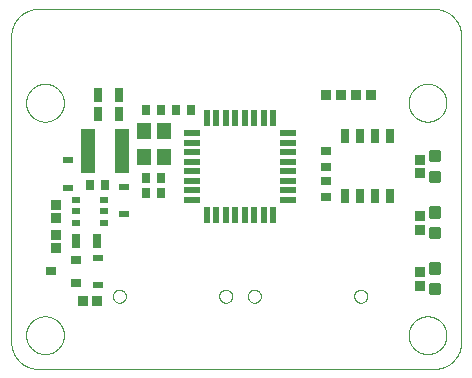
<source format=gtp>
G75*
%MOIN*%
%OFA0B0*%
%FSLAX25Y25*%
%IPPOS*%
%LPD*%
%AMOC8*
5,1,8,0,0,1.08239X$1,22.5*
%
%ADD10C,0.00000*%
%ADD11R,0.02756X0.03543*%
%ADD12R,0.03150X0.04724*%
%ADD13R,0.03268X0.02480*%
%ADD14R,0.04724X0.14567*%
%ADD15R,0.03543X0.03346*%
%ADD16R,0.05709X0.01969*%
%ADD17R,0.01969X0.05709*%
%ADD18R,0.03543X0.02756*%
%ADD19C,0.01181*%
%ADD20R,0.02500X0.05000*%
%ADD21R,0.03150X0.02480*%
%ADD22R,0.03200X0.03500*%
%ADD23R,0.04724X0.05512*%
%ADD24R,0.03543X0.03150*%
%ADD25R,0.03346X0.03543*%
D10*
X0014550Y0005550D02*
X0146550Y0005550D01*
X0146767Y0005553D01*
X0146985Y0005561D01*
X0147202Y0005574D01*
X0147419Y0005592D01*
X0147635Y0005616D01*
X0147850Y0005644D01*
X0148065Y0005678D01*
X0148279Y0005718D01*
X0148492Y0005762D01*
X0148704Y0005812D01*
X0148914Y0005866D01*
X0149124Y0005926D01*
X0149331Y0005990D01*
X0149537Y0006060D01*
X0149741Y0006135D01*
X0149944Y0006214D01*
X0150144Y0006299D01*
X0150343Y0006388D01*
X0150539Y0006482D01*
X0150733Y0006581D01*
X0150924Y0006684D01*
X0151113Y0006792D01*
X0151299Y0006905D01*
X0151482Y0007022D01*
X0151663Y0007143D01*
X0151840Y0007269D01*
X0152014Y0007399D01*
X0152186Y0007533D01*
X0152354Y0007671D01*
X0152518Y0007813D01*
X0152679Y0007960D01*
X0152837Y0008110D01*
X0152990Y0008263D01*
X0153140Y0008421D01*
X0153287Y0008582D01*
X0153429Y0008746D01*
X0153567Y0008914D01*
X0153701Y0009086D01*
X0153831Y0009260D01*
X0153957Y0009437D01*
X0154078Y0009618D01*
X0154195Y0009801D01*
X0154308Y0009987D01*
X0154416Y0010176D01*
X0154519Y0010367D01*
X0154618Y0010561D01*
X0154712Y0010757D01*
X0154801Y0010956D01*
X0154886Y0011156D01*
X0154965Y0011359D01*
X0155040Y0011563D01*
X0155110Y0011769D01*
X0155174Y0011976D01*
X0155234Y0012186D01*
X0155288Y0012396D01*
X0155338Y0012608D01*
X0155382Y0012821D01*
X0155422Y0013035D01*
X0155456Y0013250D01*
X0155484Y0013465D01*
X0155508Y0013681D01*
X0155526Y0013898D01*
X0155539Y0014115D01*
X0155547Y0014333D01*
X0155550Y0014550D01*
X0155550Y0116550D01*
X0155547Y0116767D01*
X0155539Y0116985D01*
X0155526Y0117202D01*
X0155508Y0117419D01*
X0155484Y0117635D01*
X0155456Y0117850D01*
X0155422Y0118065D01*
X0155382Y0118279D01*
X0155338Y0118492D01*
X0155288Y0118704D01*
X0155234Y0118914D01*
X0155174Y0119124D01*
X0155110Y0119331D01*
X0155040Y0119537D01*
X0154965Y0119741D01*
X0154886Y0119944D01*
X0154801Y0120144D01*
X0154712Y0120343D01*
X0154618Y0120539D01*
X0154519Y0120733D01*
X0154416Y0120924D01*
X0154308Y0121113D01*
X0154195Y0121299D01*
X0154078Y0121482D01*
X0153957Y0121663D01*
X0153831Y0121840D01*
X0153701Y0122014D01*
X0153567Y0122186D01*
X0153429Y0122354D01*
X0153287Y0122518D01*
X0153140Y0122679D01*
X0152990Y0122837D01*
X0152837Y0122990D01*
X0152679Y0123140D01*
X0152518Y0123287D01*
X0152354Y0123429D01*
X0152186Y0123567D01*
X0152014Y0123701D01*
X0151840Y0123831D01*
X0151663Y0123957D01*
X0151482Y0124078D01*
X0151299Y0124195D01*
X0151113Y0124308D01*
X0150924Y0124416D01*
X0150733Y0124519D01*
X0150539Y0124618D01*
X0150343Y0124712D01*
X0150144Y0124801D01*
X0149944Y0124886D01*
X0149741Y0124965D01*
X0149537Y0125040D01*
X0149331Y0125110D01*
X0149124Y0125174D01*
X0148914Y0125234D01*
X0148704Y0125288D01*
X0148492Y0125338D01*
X0148279Y0125382D01*
X0148065Y0125422D01*
X0147850Y0125456D01*
X0147635Y0125484D01*
X0147419Y0125508D01*
X0147202Y0125526D01*
X0146985Y0125539D01*
X0146767Y0125547D01*
X0146550Y0125550D01*
X0014550Y0125550D01*
X0014333Y0125547D01*
X0014115Y0125539D01*
X0013898Y0125526D01*
X0013681Y0125508D01*
X0013465Y0125484D01*
X0013250Y0125456D01*
X0013035Y0125422D01*
X0012821Y0125382D01*
X0012608Y0125338D01*
X0012396Y0125288D01*
X0012186Y0125234D01*
X0011976Y0125174D01*
X0011769Y0125110D01*
X0011563Y0125040D01*
X0011359Y0124965D01*
X0011156Y0124886D01*
X0010956Y0124801D01*
X0010757Y0124712D01*
X0010561Y0124618D01*
X0010367Y0124519D01*
X0010176Y0124416D01*
X0009987Y0124308D01*
X0009801Y0124195D01*
X0009618Y0124078D01*
X0009437Y0123957D01*
X0009260Y0123831D01*
X0009086Y0123701D01*
X0008914Y0123567D01*
X0008746Y0123429D01*
X0008582Y0123287D01*
X0008421Y0123140D01*
X0008263Y0122990D01*
X0008110Y0122837D01*
X0007960Y0122679D01*
X0007813Y0122518D01*
X0007671Y0122354D01*
X0007533Y0122186D01*
X0007399Y0122014D01*
X0007269Y0121840D01*
X0007143Y0121663D01*
X0007022Y0121482D01*
X0006905Y0121299D01*
X0006792Y0121113D01*
X0006684Y0120924D01*
X0006581Y0120733D01*
X0006482Y0120539D01*
X0006388Y0120343D01*
X0006299Y0120144D01*
X0006214Y0119944D01*
X0006135Y0119741D01*
X0006060Y0119537D01*
X0005990Y0119331D01*
X0005926Y0119124D01*
X0005866Y0118914D01*
X0005812Y0118704D01*
X0005762Y0118492D01*
X0005718Y0118279D01*
X0005678Y0118065D01*
X0005644Y0117850D01*
X0005616Y0117635D01*
X0005592Y0117419D01*
X0005574Y0117202D01*
X0005561Y0116985D01*
X0005553Y0116767D01*
X0005550Y0116550D01*
X0005550Y0014550D01*
X0005553Y0014333D01*
X0005561Y0014115D01*
X0005574Y0013898D01*
X0005592Y0013681D01*
X0005616Y0013465D01*
X0005644Y0013250D01*
X0005678Y0013035D01*
X0005718Y0012821D01*
X0005762Y0012608D01*
X0005812Y0012396D01*
X0005866Y0012186D01*
X0005926Y0011976D01*
X0005990Y0011769D01*
X0006060Y0011563D01*
X0006135Y0011359D01*
X0006214Y0011156D01*
X0006299Y0010956D01*
X0006388Y0010757D01*
X0006482Y0010561D01*
X0006581Y0010367D01*
X0006684Y0010176D01*
X0006792Y0009987D01*
X0006905Y0009801D01*
X0007022Y0009618D01*
X0007143Y0009437D01*
X0007269Y0009260D01*
X0007399Y0009086D01*
X0007533Y0008914D01*
X0007671Y0008746D01*
X0007813Y0008582D01*
X0007960Y0008421D01*
X0008110Y0008263D01*
X0008263Y0008110D01*
X0008421Y0007960D01*
X0008582Y0007813D01*
X0008746Y0007671D01*
X0008914Y0007533D01*
X0009086Y0007399D01*
X0009260Y0007269D01*
X0009437Y0007143D01*
X0009618Y0007022D01*
X0009801Y0006905D01*
X0009987Y0006792D01*
X0010176Y0006684D01*
X0010367Y0006581D01*
X0010561Y0006482D01*
X0010757Y0006388D01*
X0010956Y0006299D01*
X0011156Y0006214D01*
X0011359Y0006135D01*
X0011563Y0006060D01*
X0011769Y0005990D01*
X0011976Y0005926D01*
X0012186Y0005866D01*
X0012396Y0005812D01*
X0012608Y0005762D01*
X0012821Y0005718D01*
X0013035Y0005678D01*
X0013250Y0005644D01*
X0013465Y0005616D01*
X0013681Y0005592D01*
X0013898Y0005574D01*
X0014115Y0005561D01*
X0014333Y0005553D01*
X0014550Y0005550D01*
X0010501Y0016800D02*
X0010503Y0016958D01*
X0010509Y0017116D01*
X0010519Y0017274D01*
X0010533Y0017432D01*
X0010551Y0017589D01*
X0010572Y0017746D01*
X0010598Y0017902D01*
X0010628Y0018058D01*
X0010661Y0018213D01*
X0010699Y0018366D01*
X0010740Y0018519D01*
X0010785Y0018671D01*
X0010834Y0018822D01*
X0010887Y0018971D01*
X0010943Y0019119D01*
X0011003Y0019265D01*
X0011067Y0019410D01*
X0011135Y0019553D01*
X0011206Y0019695D01*
X0011280Y0019835D01*
X0011358Y0019972D01*
X0011440Y0020108D01*
X0011524Y0020242D01*
X0011613Y0020373D01*
X0011704Y0020502D01*
X0011799Y0020629D01*
X0011896Y0020754D01*
X0011997Y0020876D01*
X0012101Y0020995D01*
X0012208Y0021112D01*
X0012318Y0021226D01*
X0012431Y0021337D01*
X0012546Y0021446D01*
X0012664Y0021551D01*
X0012785Y0021653D01*
X0012908Y0021753D01*
X0013034Y0021849D01*
X0013162Y0021942D01*
X0013292Y0022032D01*
X0013425Y0022118D01*
X0013560Y0022202D01*
X0013696Y0022281D01*
X0013835Y0022358D01*
X0013976Y0022430D01*
X0014118Y0022500D01*
X0014262Y0022565D01*
X0014408Y0022627D01*
X0014555Y0022685D01*
X0014704Y0022740D01*
X0014854Y0022791D01*
X0015005Y0022838D01*
X0015157Y0022881D01*
X0015310Y0022920D01*
X0015465Y0022956D01*
X0015620Y0022987D01*
X0015776Y0023015D01*
X0015932Y0023039D01*
X0016089Y0023059D01*
X0016247Y0023075D01*
X0016404Y0023087D01*
X0016563Y0023095D01*
X0016721Y0023099D01*
X0016879Y0023099D01*
X0017037Y0023095D01*
X0017196Y0023087D01*
X0017353Y0023075D01*
X0017511Y0023059D01*
X0017668Y0023039D01*
X0017824Y0023015D01*
X0017980Y0022987D01*
X0018135Y0022956D01*
X0018290Y0022920D01*
X0018443Y0022881D01*
X0018595Y0022838D01*
X0018746Y0022791D01*
X0018896Y0022740D01*
X0019045Y0022685D01*
X0019192Y0022627D01*
X0019338Y0022565D01*
X0019482Y0022500D01*
X0019624Y0022430D01*
X0019765Y0022358D01*
X0019904Y0022281D01*
X0020040Y0022202D01*
X0020175Y0022118D01*
X0020308Y0022032D01*
X0020438Y0021942D01*
X0020566Y0021849D01*
X0020692Y0021753D01*
X0020815Y0021653D01*
X0020936Y0021551D01*
X0021054Y0021446D01*
X0021169Y0021337D01*
X0021282Y0021226D01*
X0021392Y0021112D01*
X0021499Y0020995D01*
X0021603Y0020876D01*
X0021704Y0020754D01*
X0021801Y0020629D01*
X0021896Y0020502D01*
X0021987Y0020373D01*
X0022076Y0020242D01*
X0022160Y0020108D01*
X0022242Y0019972D01*
X0022320Y0019835D01*
X0022394Y0019695D01*
X0022465Y0019553D01*
X0022533Y0019410D01*
X0022597Y0019265D01*
X0022657Y0019119D01*
X0022713Y0018971D01*
X0022766Y0018822D01*
X0022815Y0018671D01*
X0022860Y0018519D01*
X0022901Y0018366D01*
X0022939Y0018213D01*
X0022972Y0018058D01*
X0023002Y0017902D01*
X0023028Y0017746D01*
X0023049Y0017589D01*
X0023067Y0017432D01*
X0023081Y0017274D01*
X0023091Y0017116D01*
X0023097Y0016958D01*
X0023099Y0016800D01*
X0023097Y0016642D01*
X0023091Y0016484D01*
X0023081Y0016326D01*
X0023067Y0016168D01*
X0023049Y0016011D01*
X0023028Y0015854D01*
X0023002Y0015698D01*
X0022972Y0015542D01*
X0022939Y0015387D01*
X0022901Y0015234D01*
X0022860Y0015081D01*
X0022815Y0014929D01*
X0022766Y0014778D01*
X0022713Y0014629D01*
X0022657Y0014481D01*
X0022597Y0014335D01*
X0022533Y0014190D01*
X0022465Y0014047D01*
X0022394Y0013905D01*
X0022320Y0013765D01*
X0022242Y0013628D01*
X0022160Y0013492D01*
X0022076Y0013358D01*
X0021987Y0013227D01*
X0021896Y0013098D01*
X0021801Y0012971D01*
X0021704Y0012846D01*
X0021603Y0012724D01*
X0021499Y0012605D01*
X0021392Y0012488D01*
X0021282Y0012374D01*
X0021169Y0012263D01*
X0021054Y0012154D01*
X0020936Y0012049D01*
X0020815Y0011947D01*
X0020692Y0011847D01*
X0020566Y0011751D01*
X0020438Y0011658D01*
X0020308Y0011568D01*
X0020175Y0011482D01*
X0020040Y0011398D01*
X0019904Y0011319D01*
X0019765Y0011242D01*
X0019624Y0011170D01*
X0019482Y0011100D01*
X0019338Y0011035D01*
X0019192Y0010973D01*
X0019045Y0010915D01*
X0018896Y0010860D01*
X0018746Y0010809D01*
X0018595Y0010762D01*
X0018443Y0010719D01*
X0018290Y0010680D01*
X0018135Y0010644D01*
X0017980Y0010613D01*
X0017824Y0010585D01*
X0017668Y0010561D01*
X0017511Y0010541D01*
X0017353Y0010525D01*
X0017196Y0010513D01*
X0017037Y0010505D01*
X0016879Y0010501D01*
X0016721Y0010501D01*
X0016563Y0010505D01*
X0016404Y0010513D01*
X0016247Y0010525D01*
X0016089Y0010541D01*
X0015932Y0010561D01*
X0015776Y0010585D01*
X0015620Y0010613D01*
X0015465Y0010644D01*
X0015310Y0010680D01*
X0015157Y0010719D01*
X0015005Y0010762D01*
X0014854Y0010809D01*
X0014704Y0010860D01*
X0014555Y0010915D01*
X0014408Y0010973D01*
X0014262Y0011035D01*
X0014118Y0011100D01*
X0013976Y0011170D01*
X0013835Y0011242D01*
X0013696Y0011319D01*
X0013560Y0011398D01*
X0013425Y0011482D01*
X0013292Y0011568D01*
X0013162Y0011658D01*
X0013034Y0011751D01*
X0012908Y0011847D01*
X0012785Y0011947D01*
X0012664Y0012049D01*
X0012546Y0012154D01*
X0012431Y0012263D01*
X0012318Y0012374D01*
X0012208Y0012488D01*
X0012101Y0012605D01*
X0011997Y0012724D01*
X0011896Y0012846D01*
X0011799Y0012971D01*
X0011704Y0013098D01*
X0011613Y0013227D01*
X0011524Y0013358D01*
X0011440Y0013492D01*
X0011358Y0013628D01*
X0011280Y0013765D01*
X0011206Y0013905D01*
X0011135Y0014047D01*
X0011067Y0014190D01*
X0011003Y0014335D01*
X0010943Y0014481D01*
X0010887Y0014629D01*
X0010834Y0014778D01*
X0010785Y0014929D01*
X0010740Y0015081D01*
X0010699Y0015234D01*
X0010661Y0015387D01*
X0010628Y0015542D01*
X0010598Y0015698D01*
X0010572Y0015854D01*
X0010551Y0016011D01*
X0010533Y0016168D01*
X0010519Y0016326D01*
X0010509Y0016484D01*
X0010503Y0016642D01*
X0010501Y0016800D01*
X0039418Y0029782D02*
X0039420Y0029875D01*
X0039426Y0029967D01*
X0039436Y0030059D01*
X0039450Y0030150D01*
X0039467Y0030241D01*
X0039489Y0030331D01*
X0039514Y0030420D01*
X0039543Y0030508D01*
X0039576Y0030594D01*
X0039613Y0030679D01*
X0039653Y0030763D01*
X0039697Y0030844D01*
X0039744Y0030924D01*
X0039794Y0031002D01*
X0039848Y0031077D01*
X0039905Y0031150D01*
X0039965Y0031220D01*
X0040028Y0031288D01*
X0040094Y0031353D01*
X0040162Y0031415D01*
X0040233Y0031475D01*
X0040307Y0031531D01*
X0040383Y0031584D01*
X0040461Y0031633D01*
X0040541Y0031680D01*
X0040623Y0031722D01*
X0040707Y0031762D01*
X0040792Y0031797D01*
X0040879Y0031829D01*
X0040967Y0031858D01*
X0041056Y0031882D01*
X0041146Y0031903D01*
X0041237Y0031919D01*
X0041329Y0031932D01*
X0041421Y0031941D01*
X0041514Y0031946D01*
X0041606Y0031947D01*
X0041699Y0031944D01*
X0041791Y0031937D01*
X0041883Y0031926D01*
X0041974Y0031911D01*
X0042065Y0031893D01*
X0042155Y0031870D01*
X0042243Y0031844D01*
X0042331Y0031814D01*
X0042417Y0031780D01*
X0042501Y0031743D01*
X0042584Y0031701D01*
X0042665Y0031657D01*
X0042745Y0031609D01*
X0042822Y0031558D01*
X0042896Y0031503D01*
X0042969Y0031445D01*
X0043039Y0031385D01*
X0043106Y0031321D01*
X0043170Y0031255D01*
X0043232Y0031185D01*
X0043290Y0031114D01*
X0043345Y0031040D01*
X0043397Y0030963D01*
X0043446Y0030884D01*
X0043492Y0030804D01*
X0043534Y0030721D01*
X0043572Y0030637D01*
X0043607Y0030551D01*
X0043638Y0030464D01*
X0043665Y0030376D01*
X0043688Y0030286D01*
X0043708Y0030196D01*
X0043724Y0030105D01*
X0043736Y0030013D01*
X0043744Y0029921D01*
X0043748Y0029828D01*
X0043748Y0029736D01*
X0043744Y0029643D01*
X0043736Y0029551D01*
X0043724Y0029459D01*
X0043708Y0029368D01*
X0043688Y0029278D01*
X0043665Y0029188D01*
X0043638Y0029100D01*
X0043607Y0029013D01*
X0043572Y0028927D01*
X0043534Y0028843D01*
X0043492Y0028760D01*
X0043446Y0028680D01*
X0043397Y0028601D01*
X0043345Y0028524D01*
X0043290Y0028450D01*
X0043232Y0028379D01*
X0043170Y0028309D01*
X0043106Y0028243D01*
X0043039Y0028179D01*
X0042969Y0028119D01*
X0042896Y0028061D01*
X0042822Y0028006D01*
X0042745Y0027955D01*
X0042666Y0027907D01*
X0042584Y0027863D01*
X0042501Y0027821D01*
X0042417Y0027784D01*
X0042331Y0027750D01*
X0042243Y0027720D01*
X0042155Y0027694D01*
X0042065Y0027671D01*
X0041974Y0027653D01*
X0041883Y0027638D01*
X0041791Y0027627D01*
X0041699Y0027620D01*
X0041606Y0027617D01*
X0041514Y0027618D01*
X0041421Y0027623D01*
X0041329Y0027632D01*
X0041237Y0027645D01*
X0041146Y0027661D01*
X0041056Y0027682D01*
X0040967Y0027706D01*
X0040879Y0027735D01*
X0040792Y0027767D01*
X0040707Y0027802D01*
X0040623Y0027842D01*
X0040541Y0027884D01*
X0040461Y0027931D01*
X0040383Y0027980D01*
X0040307Y0028033D01*
X0040233Y0028089D01*
X0040162Y0028149D01*
X0040094Y0028211D01*
X0040028Y0028276D01*
X0039965Y0028344D01*
X0039905Y0028414D01*
X0039848Y0028487D01*
X0039794Y0028562D01*
X0039744Y0028640D01*
X0039697Y0028720D01*
X0039653Y0028801D01*
X0039613Y0028885D01*
X0039576Y0028970D01*
X0039543Y0029056D01*
X0039514Y0029144D01*
X0039489Y0029233D01*
X0039467Y0029323D01*
X0039450Y0029414D01*
X0039436Y0029505D01*
X0039426Y0029597D01*
X0039420Y0029689D01*
X0039418Y0029782D01*
X0074852Y0029782D02*
X0074854Y0029875D01*
X0074860Y0029967D01*
X0074870Y0030059D01*
X0074884Y0030150D01*
X0074901Y0030241D01*
X0074923Y0030331D01*
X0074948Y0030420D01*
X0074977Y0030508D01*
X0075010Y0030594D01*
X0075047Y0030679D01*
X0075087Y0030763D01*
X0075131Y0030844D01*
X0075178Y0030924D01*
X0075228Y0031002D01*
X0075282Y0031077D01*
X0075339Y0031150D01*
X0075399Y0031220D01*
X0075462Y0031288D01*
X0075528Y0031353D01*
X0075596Y0031415D01*
X0075667Y0031475D01*
X0075741Y0031531D01*
X0075817Y0031584D01*
X0075895Y0031633D01*
X0075975Y0031680D01*
X0076057Y0031722D01*
X0076141Y0031762D01*
X0076226Y0031797D01*
X0076313Y0031829D01*
X0076401Y0031858D01*
X0076490Y0031882D01*
X0076580Y0031903D01*
X0076671Y0031919D01*
X0076763Y0031932D01*
X0076855Y0031941D01*
X0076948Y0031946D01*
X0077040Y0031947D01*
X0077133Y0031944D01*
X0077225Y0031937D01*
X0077317Y0031926D01*
X0077408Y0031911D01*
X0077499Y0031893D01*
X0077589Y0031870D01*
X0077677Y0031844D01*
X0077765Y0031814D01*
X0077851Y0031780D01*
X0077935Y0031743D01*
X0078018Y0031701D01*
X0078099Y0031657D01*
X0078179Y0031609D01*
X0078256Y0031558D01*
X0078330Y0031503D01*
X0078403Y0031445D01*
X0078473Y0031385D01*
X0078540Y0031321D01*
X0078604Y0031255D01*
X0078666Y0031185D01*
X0078724Y0031114D01*
X0078779Y0031040D01*
X0078831Y0030963D01*
X0078880Y0030884D01*
X0078926Y0030804D01*
X0078968Y0030721D01*
X0079006Y0030637D01*
X0079041Y0030551D01*
X0079072Y0030464D01*
X0079099Y0030376D01*
X0079122Y0030286D01*
X0079142Y0030196D01*
X0079158Y0030105D01*
X0079170Y0030013D01*
X0079178Y0029921D01*
X0079182Y0029828D01*
X0079182Y0029736D01*
X0079178Y0029643D01*
X0079170Y0029551D01*
X0079158Y0029459D01*
X0079142Y0029368D01*
X0079122Y0029278D01*
X0079099Y0029188D01*
X0079072Y0029100D01*
X0079041Y0029013D01*
X0079006Y0028927D01*
X0078968Y0028843D01*
X0078926Y0028760D01*
X0078880Y0028680D01*
X0078831Y0028601D01*
X0078779Y0028524D01*
X0078724Y0028450D01*
X0078666Y0028379D01*
X0078604Y0028309D01*
X0078540Y0028243D01*
X0078473Y0028179D01*
X0078403Y0028119D01*
X0078330Y0028061D01*
X0078256Y0028006D01*
X0078179Y0027955D01*
X0078100Y0027907D01*
X0078018Y0027863D01*
X0077935Y0027821D01*
X0077851Y0027784D01*
X0077765Y0027750D01*
X0077677Y0027720D01*
X0077589Y0027694D01*
X0077499Y0027671D01*
X0077408Y0027653D01*
X0077317Y0027638D01*
X0077225Y0027627D01*
X0077133Y0027620D01*
X0077040Y0027617D01*
X0076948Y0027618D01*
X0076855Y0027623D01*
X0076763Y0027632D01*
X0076671Y0027645D01*
X0076580Y0027661D01*
X0076490Y0027682D01*
X0076401Y0027706D01*
X0076313Y0027735D01*
X0076226Y0027767D01*
X0076141Y0027802D01*
X0076057Y0027842D01*
X0075975Y0027884D01*
X0075895Y0027931D01*
X0075817Y0027980D01*
X0075741Y0028033D01*
X0075667Y0028089D01*
X0075596Y0028149D01*
X0075528Y0028211D01*
X0075462Y0028276D01*
X0075399Y0028344D01*
X0075339Y0028414D01*
X0075282Y0028487D01*
X0075228Y0028562D01*
X0075178Y0028640D01*
X0075131Y0028720D01*
X0075087Y0028801D01*
X0075047Y0028885D01*
X0075010Y0028970D01*
X0074977Y0029056D01*
X0074948Y0029144D01*
X0074923Y0029233D01*
X0074901Y0029323D01*
X0074884Y0029414D01*
X0074870Y0029505D01*
X0074860Y0029597D01*
X0074854Y0029689D01*
X0074852Y0029782D01*
X0084418Y0029782D02*
X0084420Y0029875D01*
X0084426Y0029967D01*
X0084436Y0030059D01*
X0084450Y0030150D01*
X0084467Y0030241D01*
X0084489Y0030331D01*
X0084514Y0030420D01*
X0084543Y0030508D01*
X0084576Y0030594D01*
X0084613Y0030679D01*
X0084653Y0030763D01*
X0084697Y0030844D01*
X0084744Y0030924D01*
X0084794Y0031002D01*
X0084848Y0031077D01*
X0084905Y0031150D01*
X0084965Y0031220D01*
X0085028Y0031288D01*
X0085094Y0031353D01*
X0085162Y0031415D01*
X0085233Y0031475D01*
X0085307Y0031531D01*
X0085383Y0031584D01*
X0085461Y0031633D01*
X0085541Y0031680D01*
X0085623Y0031722D01*
X0085707Y0031762D01*
X0085792Y0031797D01*
X0085879Y0031829D01*
X0085967Y0031858D01*
X0086056Y0031882D01*
X0086146Y0031903D01*
X0086237Y0031919D01*
X0086329Y0031932D01*
X0086421Y0031941D01*
X0086514Y0031946D01*
X0086606Y0031947D01*
X0086699Y0031944D01*
X0086791Y0031937D01*
X0086883Y0031926D01*
X0086974Y0031911D01*
X0087065Y0031893D01*
X0087155Y0031870D01*
X0087243Y0031844D01*
X0087331Y0031814D01*
X0087417Y0031780D01*
X0087501Y0031743D01*
X0087584Y0031701D01*
X0087665Y0031657D01*
X0087745Y0031609D01*
X0087822Y0031558D01*
X0087896Y0031503D01*
X0087969Y0031445D01*
X0088039Y0031385D01*
X0088106Y0031321D01*
X0088170Y0031255D01*
X0088232Y0031185D01*
X0088290Y0031114D01*
X0088345Y0031040D01*
X0088397Y0030963D01*
X0088446Y0030884D01*
X0088492Y0030804D01*
X0088534Y0030721D01*
X0088572Y0030637D01*
X0088607Y0030551D01*
X0088638Y0030464D01*
X0088665Y0030376D01*
X0088688Y0030286D01*
X0088708Y0030196D01*
X0088724Y0030105D01*
X0088736Y0030013D01*
X0088744Y0029921D01*
X0088748Y0029828D01*
X0088748Y0029736D01*
X0088744Y0029643D01*
X0088736Y0029551D01*
X0088724Y0029459D01*
X0088708Y0029368D01*
X0088688Y0029278D01*
X0088665Y0029188D01*
X0088638Y0029100D01*
X0088607Y0029013D01*
X0088572Y0028927D01*
X0088534Y0028843D01*
X0088492Y0028760D01*
X0088446Y0028680D01*
X0088397Y0028601D01*
X0088345Y0028524D01*
X0088290Y0028450D01*
X0088232Y0028379D01*
X0088170Y0028309D01*
X0088106Y0028243D01*
X0088039Y0028179D01*
X0087969Y0028119D01*
X0087896Y0028061D01*
X0087822Y0028006D01*
X0087745Y0027955D01*
X0087666Y0027907D01*
X0087584Y0027863D01*
X0087501Y0027821D01*
X0087417Y0027784D01*
X0087331Y0027750D01*
X0087243Y0027720D01*
X0087155Y0027694D01*
X0087065Y0027671D01*
X0086974Y0027653D01*
X0086883Y0027638D01*
X0086791Y0027627D01*
X0086699Y0027620D01*
X0086606Y0027617D01*
X0086514Y0027618D01*
X0086421Y0027623D01*
X0086329Y0027632D01*
X0086237Y0027645D01*
X0086146Y0027661D01*
X0086056Y0027682D01*
X0085967Y0027706D01*
X0085879Y0027735D01*
X0085792Y0027767D01*
X0085707Y0027802D01*
X0085623Y0027842D01*
X0085541Y0027884D01*
X0085461Y0027931D01*
X0085383Y0027980D01*
X0085307Y0028033D01*
X0085233Y0028089D01*
X0085162Y0028149D01*
X0085094Y0028211D01*
X0085028Y0028276D01*
X0084965Y0028344D01*
X0084905Y0028414D01*
X0084848Y0028487D01*
X0084794Y0028562D01*
X0084744Y0028640D01*
X0084697Y0028720D01*
X0084653Y0028801D01*
X0084613Y0028885D01*
X0084576Y0028970D01*
X0084543Y0029056D01*
X0084514Y0029144D01*
X0084489Y0029233D01*
X0084467Y0029323D01*
X0084450Y0029414D01*
X0084436Y0029505D01*
X0084426Y0029597D01*
X0084420Y0029689D01*
X0084418Y0029782D01*
X0119852Y0029782D02*
X0119854Y0029875D01*
X0119860Y0029967D01*
X0119870Y0030059D01*
X0119884Y0030150D01*
X0119901Y0030241D01*
X0119923Y0030331D01*
X0119948Y0030420D01*
X0119977Y0030508D01*
X0120010Y0030594D01*
X0120047Y0030679D01*
X0120087Y0030763D01*
X0120131Y0030844D01*
X0120178Y0030924D01*
X0120228Y0031002D01*
X0120282Y0031077D01*
X0120339Y0031150D01*
X0120399Y0031220D01*
X0120462Y0031288D01*
X0120528Y0031353D01*
X0120596Y0031415D01*
X0120667Y0031475D01*
X0120741Y0031531D01*
X0120817Y0031584D01*
X0120895Y0031633D01*
X0120975Y0031680D01*
X0121057Y0031722D01*
X0121141Y0031762D01*
X0121226Y0031797D01*
X0121313Y0031829D01*
X0121401Y0031858D01*
X0121490Y0031882D01*
X0121580Y0031903D01*
X0121671Y0031919D01*
X0121763Y0031932D01*
X0121855Y0031941D01*
X0121948Y0031946D01*
X0122040Y0031947D01*
X0122133Y0031944D01*
X0122225Y0031937D01*
X0122317Y0031926D01*
X0122408Y0031911D01*
X0122499Y0031893D01*
X0122589Y0031870D01*
X0122677Y0031844D01*
X0122765Y0031814D01*
X0122851Y0031780D01*
X0122935Y0031743D01*
X0123018Y0031701D01*
X0123099Y0031657D01*
X0123179Y0031609D01*
X0123256Y0031558D01*
X0123330Y0031503D01*
X0123403Y0031445D01*
X0123473Y0031385D01*
X0123540Y0031321D01*
X0123604Y0031255D01*
X0123666Y0031185D01*
X0123724Y0031114D01*
X0123779Y0031040D01*
X0123831Y0030963D01*
X0123880Y0030884D01*
X0123926Y0030804D01*
X0123968Y0030721D01*
X0124006Y0030637D01*
X0124041Y0030551D01*
X0124072Y0030464D01*
X0124099Y0030376D01*
X0124122Y0030286D01*
X0124142Y0030196D01*
X0124158Y0030105D01*
X0124170Y0030013D01*
X0124178Y0029921D01*
X0124182Y0029828D01*
X0124182Y0029736D01*
X0124178Y0029643D01*
X0124170Y0029551D01*
X0124158Y0029459D01*
X0124142Y0029368D01*
X0124122Y0029278D01*
X0124099Y0029188D01*
X0124072Y0029100D01*
X0124041Y0029013D01*
X0124006Y0028927D01*
X0123968Y0028843D01*
X0123926Y0028760D01*
X0123880Y0028680D01*
X0123831Y0028601D01*
X0123779Y0028524D01*
X0123724Y0028450D01*
X0123666Y0028379D01*
X0123604Y0028309D01*
X0123540Y0028243D01*
X0123473Y0028179D01*
X0123403Y0028119D01*
X0123330Y0028061D01*
X0123256Y0028006D01*
X0123179Y0027955D01*
X0123100Y0027907D01*
X0123018Y0027863D01*
X0122935Y0027821D01*
X0122851Y0027784D01*
X0122765Y0027750D01*
X0122677Y0027720D01*
X0122589Y0027694D01*
X0122499Y0027671D01*
X0122408Y0027653D01*
X0122317Y0027638D01*
X0122225Y0027627D01*
X0122133Y0027620D01*
X0122040Y0027617D01*
X0121948Y0027618D01*
X0121855Y0027623D01*
X0121763Y0027632D01*
X0121671Y0027645D01*
X0121580Y0027661D01*
X0121490Y0027682D01*
X0121401Y0027706D01*
X0121313Y0027735D01*
X0121226Y0027767D01*
X0121141Y0027802D01*
X0121057Y0027842D01*
X0120975Y0027884D01*
X0120895Y0027931D01*
X0120817Y0027980D01*
X0120741Y0028033D01*
X0120667Y0028089D01*
X0120596Y0028149D01*
X0120528Y0028211D01*
X0120462Y0028276D01*
X0120399Y0028344D01*
X0120339Y0028414D01*
X0120282Y0028487D01*
X0120228Y0028562D01*
X0120178Y0028640D01*
X0120131Y0028720D01*
X0120087Y0028801D01*
X0120047Y0028885D01*
X0120010Y0028970D01*
X0119977Y0029056D01*
X0119948Y0029144D01*
X0119923Y0029233D01*
X0119901Y0029323D01*
X0119884Y0029414D01*
X0119870Y0029505D01*
X0119860Y0029597D01*
X0119854Y0029689D01*
X0119852Y0029782D01*
X0138001Y0016800D02*
X0138003Y0016958D01*
X0138009Y0017116D01*
X0138019Y0017274D01*
X0138033Y0017432D01*
X0138051Y0017589D01*
X0138072Y0017746D01*
X0138098Y0017902D01*
X0138128Y0018058D01*
X0138161Y0018213D01*
X0138199Y0018366D01*
X0138240Y0018519D01*
X0138285Y0018671D01*
X0138334Y0018822D01*
X0138387Y0018971D01*
X0138443Y0019119D01*
X0138503Y0019265D01*
X0138567Y0019410D01*
X0138635Y0019553D01*
X0138706Y0019695D01*
X0138780Y0019835D01*
X0138858Y0019972D01*
X0138940Y0020108D01*
X0139024Y0020242D01*
X0139113Y0020373D01*
X0139204Y0020502D01*
X0139299Y0020629D01*
X0139396Y0020754D01*
X0139497Y0020876D01*
X0139601Y0020995D01*
X0139708Y0021112D01*
X0139818Y0021226D01*
X0139931Y0021337D01*
X0140046Y0021446D01*
X0140164Y0021551D01*
X0140285Y0021653D01*
X0140408Y0021753D01*
X0140534Y0021849D01*
X0140662Y0021942D01*
X0140792Y0022032D01*
X0140925Y0022118D01*
X0141060Y0022202D01*
X0141196Y0022281D01*
X0141335Y0022358D01*
X0141476Y0022430D01*
X0141618Y0022500D01*
X0141762Y0022565D01*
X0141908Y0022627D01*
X0142055Y0022685D01*
X0142204Y0022740D01*
X0142354Y0022791D01*
X0142505Y0022838D01*
X0142657Y0022881D01*
X0142810Y0022920D01*
X0142965Y0022956D01*
X0143120Y0022987D01*
X0143276Y0023015D01*
X0143432Y0023039D01*
X0143589Y0023059D01*
X0143747Y0023075D01*
X0143904Y0023087D01*
X0144063Y0023095D01*
X0144221Y0023099D01*
X0144379Y0023099D01*
X0144537Y0023095D01*
X0144696Y0023087D01*
X0144853Y0023075D01*
X0145011Y0023059D01*
X0145168Y0023039D01*
X0145324Y0023015D01*
X0145480Y0022987D01*
X0145635Y0022956D01*
X0145790Y0022920D01*
X0145943Y0022881D01*
X0146095Y0022838D01*
X0146246Y0022791D01*
X0146396Y0022740D01*
X0146545Y0022685D01*
X0146692Y0022627D01*
X0146838Y0022565D01*
X0146982Y0022500D01*
X0147124Y0022430D01*
X0147265Y0022358D01*
X0147404Y0022281D01*
X0147540Y0022202D01*
X0147675Y0022118D01*
X0147808Y0022032D01*
X0147938Y0021942D01*
X0148066Y0021849D01*
X0148192Y0021753D01*
X0148315Y0021653D01*
X0148436Y0021551D01*
X0148554Y0021446D01*
X0148669Y0021337D01*
X0148782Y0021226D01*
X0148892Y0021112D01*
X0148999Y0020995D01*
X0149103Y0020876D01*
X0149204Y0020754D01*
X0149301Y0020629D01*
X0149396Y0020502D01*
X0149487Y0020373D01*
X0149576Y0020242D01*
X0149660Y0020108D01*
X0149742Y0019972D01*
X0149820Y0019835D01*
X0149894Y0019695D01*
X0149965Y0019553D01*
X0150033Y0019410D01*
X0150097Y0019265D01*
X0150157Y0019119D01*
X0150213Y0018971D01*
X0150266Y0018822D01*
X0150315Y0018671D01*
X0150360Y0018519D01*
X0150401Y0018366D01*
X0150439Y0018213D01*
X0150472Y0018058D01*
X0150502Y0017902D01*
X0150528Y0017746D01*
X0150549Y0017589D01*
X0150567Y0017432D01*
X0150581Y0017274D01*
X0150591Y0017116D01*
X0150597Y0016958D01*
X0150599Y0016800D01*
X0150597Y0016642D01*
X0150591Y0016484D01*
X0150581Y0016326D01*
X0150567Y0016168D01*
X0150549Y0016011D01*
X0150528Y0015854D01*
X0150502Y0015698D01*
X0150472Y0015542D01*
X0150439Y0015387D01*
X0150401Y0015234D01*
X0150360Y0015081D01*
X0150315Y0014929D01*
X0150266Y0014778D01*
X0150213Y0014629D01*
X0150157Y0014481D01*
X0150097Y0014335D01*
X0150033Y0014190D01*
X0149965Y0014047D01*
X0149894Y0013905D01*
X0149820Y0013765D01*
X0149742Y0013628D01*
X0149660Y0013492D01*
X0149576Y0013358D01*
X0149487Y0013227D01*
X0149396Y0013098D01*
X0149301Y0012971D01*
X0149204Y0012846D01*
X0149103Y0012724D01*
X0148999Y0012605D01*
X0148892Y0012488D01*
X0148782Y0012374D01*
X0148669Y0012263D01*
X0148554Y0012154D01*
X0148436Y0012049D01*
X0148315Y0011947D01*
X0148192Y0011847D01*
X0148066Y0011751D01*
X0147938Y0011658D01*
X0147808Y0011568D01*
X0147675Y0011482D01*
X0147540Y0011398D01*
X0147404Y0011319D01*
X0147265Y0011242D01*
X0147124Y0011170D01*
X0146982Y0011100D01*
X0146838Y0011035D01*
X0146692Y0010973D01*
X0146545Y0010915D01*
X0146396Y0010860D01*
X0146246Y0010809D01*
X0146095Y0010762D01*
X0145943Y0010719D01*
X0145790Y0010680D01*
X0145635Y0010644D01*
X0145480Y0010613D01*
X0145324Y0010585D01*
X0145168Y0010561D01*
X0145011Y0010541D01*
X0144853Y0010525D01*
X0144696Y0010513D01*
X0144537Y0010505D01*
X0144379Y0010501D01*
X0144221Y0010501D01*
X0144063Y0010505D01*
X0143904Y0010513D01*
X0143747Y0010525D01*
X0143589Y0010541D01*
X0143432Y0010561D01*
X0143276Y0010585D01*
X0143120Y0010613D01*
X0142965Y0010644D01*
X0142810Y0010680D01*
X0142657Y0010719D01*
X0142505Y0010762D01*
X0142354Y0010809D01*
X0142204Y0010860D01*
X0142055Y0010915D01*
X0141908Y0010973D01*
X0141762Y0011035D01*
X0141618Y0011100D01*
X0141476Y0011170D01*
X0141335Y0011242D01*
X0141196Y0011319D01*
X0141060Y0011398D01*
X0140925Y0011482D01*
X0140792Y0011568D01*
X0140662Y0011658D01*
X0140534Y0011751D01*
X0140408Y0011847D01*
X0140285Y0011947D01*
X0140164Y0012049D01*
X0140046Y0012154D01*
X0139931Y0012263D01*
X0139818Y0012374D01*
X0139708Y0012488D01*
X0139601Y0012605D01*
X0139497Y0012724D01*
X0139396Y0012846D01*
X0139299Y0012971D01*
X0139204Y0013098D01*
X0139113Y0013227D01*
X0139024Y0013358D01*
X0138940Y0013492D01*
X0138858Y0013628D01*
X0138780Y0013765D01*
X0138706Y0013905D01*
X0138635Y0014047D01*
X0138567Y0014190D01*
X0138503Y0014335D01*
X0138443Y0014481D01*
X0138387Y0014629D01*
X0138334Y0014778D01*
X0138285Y0014929D01*
X0138240Y0015081D01*
X0138199Y0015234D01*
X0138161Y0015387D01*
X0138128Y0015542D01*
X0138098Y0015698D01*
X0138072Y0015854D01*
X0138051Y0016011D01*
X0138033Y0016168D01*
X0138019Y0016326D01*
X0138009Y0016484D01*
X0138003Y0016642D01*
X0138001Y0016800D01*
X0138001Y0094300D02*
X0138003Y0094458D01*
X0138009Y0094616D01*
X0138019Y0094774D01*
X0138033Y0094932D01*
X0138051Y0095089D01*
X0138072Y0095246D01*
X0138098Y0095402D01*
X0138128Y0095558D01*
X0138161Y0095713D01*
X0138199Y0095866D01*
X0138240Y0096019D01*
X0138285Y0096171D01*
X0138334Y0096322D01*
X0138387Y0096471D01*
X0138443Y0096619D01*
X0138503Y0096765D01*
X0138567Y0096910D01*
X0138635Y0097053D01*
X0138706Y0097195D01*
X0138780Y0097335D01*
X0138858Y0097472D01*
X0138940Y0097608D01*
X0139024Y0097742D01*
X0139113Y0097873D01*
X0139204Y0098002D01*
X0139299Y0098129D01*
X0139396Y0098254D01*
X0139497Y0098376D01*
X0139601Y0098495D01*
X0139708Y0098612D01*
X0139818Y0098726D01*
X0139931Y0098837D01*
X0140046Y0098946D01*
X0140164Y0099051D01*
X0140285Y0099153D01*
X0140408Y0099253D01*
X0140534Y0099349D01*
X0140662Y0099442D01*
X0140792Y0099532D01*
X0140925Y0099618D01*
X0141060Y0099702D01*
X0141196Y0099781D01*
X0141335Y0099858D01*
X0141476Y0099930D01*
X0141618Y0100000D01*
X0141762Y0100065D01*
X0141908Y0100127D01*
X0142055Y0100185D01*
X0142204Y0100240D01*
X0142354Y0100291D01*
X0142505Y0100338D01*
X0142657Y0100381D01*
X0142810Y0100420D01*
X0142965Y0100456D01*
X0143120Y0100487D01*
X0143276Y0100515D01*
X0143432Y0100539D01*
X0143589Y0100559D01*
X0143747Y0100575D01*
X0143904Y0100587D01*
X0144063Y0100595D01*
X0144221Y0100599D01*
X0144379Y0100599D01*
X0144537Y0100595D01*
X0144696Y0100587D01*
X0144853Y0100575D01*
X0145011Y0100559D01*
X0145168Y0100539D01*
X0145324Y0100515D01*
X0145480Y0100487D01*
X0145635Y0100456D01*
X0145790Y0100420D01*
X0145943Y0100381D01*
X0146095Y0100338D01*
X0146246Y0100291D01*
X0146396Y0100240D01*
X0146545Y0100185D01*
X0146692Y0100127D01*
X0146838Y0100065D01*
X0146982Y0100000D01*
X0147124Y0099930D01*
X0147265Y0099858D01*
X0147404Y0099781D01*
X0147540Y0099702D01*
X0147675Y0099618D01*
X0147808Y0099532D01*
X0147938Y0099442D01*
X0148066Y0099349D01*
X0148192Y0099253D01*
X0148315Y0099153D01*
X0148436Y0099051D01*
X0148554Y0098946D01*
X0148669Y0098837D01*
X0148782Y0098726D01*
X0148892Y0098612D01*
X0148999Y0098495D01*
X0149103Y0098376D01*
X0149204Y0098254D01*
X0149301Y0098129D01*
X0149396Y0098002D01*
X0149487Y0097873D01*
X0149576Y0097742D01*
X0149660Y0097608D01*
X0149742Y0097472D01*
X0149820Y0097335D01*
X0149894Y0097195D01*
X0149965Y0097053D01*
X0150033Y0096910D01*
X0150097Y0096765D01*
X0150157Y0096619D01*
X0150213Y0096471D01*
X0150266Y0096322D01*
X0150315Y0096171D01*
X0150360Y0096019D01*
X0150401Y0095866D01*
X0150439Y0095713D01*
X0150472Y0095558D01*
X0150502Y0095402D01*
X0150528Y0095246D01*
X0150549Y0095089D01*
X0150567Y0094932D01*
X0150581Y0094774D01*
X0150591Y0094616D01*
X0150597Y0094458D01*
X0150599Y0094300D01*
X0150597Y0094142D01*
X0150591Y0093984D01*
X0150581Y0093826D01*
X0150567Y0093668D01*
X0150549Y0093511D01*
X0150528Y0093354D01*
X0150502Y0093198D01*
X0150472Y0093042D01*
X0150439Y0092887D01*
X0150401Y0092734D01*
X0150360Y0092581D01*
X0150315Y0092429D01*
X0150266Y0092278D01*
X0150213Y0092129D01*
X0150157Y0091981D01*
X0150097Y0091835D01*
X0150033Y0091690D01*
X0149965Y0091547D01*
X0149894Y0091405D01*
X0149820Y0091265D01*
X0149742Y0091128D01*
X0149660Y0090992D01*
X0149576Y0090858D01*
X0149487Y0090727D01*
X0149396Y0090598D01*
X0149301Y0090471D01*
X0149204Y0090346D01*
X0149103Y0090224D01*
X0148999Y0090105D01*
X0148892Y0089988D01*
X0148782Y0089874D01*
X0148669Y0089763D01*
X0148554Y0089654D01*
X0148436Y0089549D01*
X0148315Y0089447D01*
X0148192Y0089347D01*
X0148066Y0089251D01*
X0147938Y0089158D01*
X0147808Y0089068D01*
X0147675Y0088982D01*
X0147540Y0088898D01*
X0147404Y0088819D01*
X0147265Y0088742D01*
X0147124Y0088670D01*
X0146982Y0088600D01*
X0146838Y0088535D01*
X0146692Y0088473D01*
X0146545Y0088415D01*
X0146396Y0088360D01*
X0146246Y0088309D01*
X0146095Y0088262D01*
X0145943Y0088219D01*
X0145790Y0088180D01*
X0145635Y0088144D01*
X0145480Y0088113D01*
X0145324Y0088085D01*
X0145168Y0088061D01*
X0145011Y0088041D01*
X0144853Y0088025D01*
X0144696Y0088013D01*
X0144537Y0088005D01*
X0144379Y0088001D01*
X0144221Y0088001D01*
X0144063Y0088005D01*
X0143904Y0088013D01*
X0143747Y0088025D01*
X0143589Y0088041D01*
X0143432Y0088061D01*
X0143276Y0088085D01*
X0143120Y0088113D01*
X0142965Y0088144D01*
X0142810Y0088180D01*
X0142657Y0088219D01*
X0142505Y0088262D01*
X0142354Y0088309D01*
X0142204Y0088360D01*
X0142055Y0088415D01*
X0141908Y0088473D01*
X0141762Y0088535D01*
X0141618Y0088600D01*
X0141476Y0088670D01*
X0141335Y0088742D01*
X0141196Y0088819D01*
X0141060Y0088898D01*
X0140925Y0088982D01*
X0140792Y0089068D01*
X0140662Y0089158D01*
X0140534Y0089251D01*
X0140408Y0089347D01*
X0140285Y0089447D01*
X0140164Y0089549D01*
X0140046Y0089654D01*
X0139931Y0089763D01*
X0139818Y0089874D01*
X0139708Y0089988D01*
X0139601Y0090105D01*
X0139497Y0090224D01*
X0139396Y0090346D01*
X0139299Y0090471D01*
X0139204Y0090598D01*
X0139113Y0090727D01*
X0139024Y0090858D01*
X0138940Y0090992D01*
X0138858Y0091128D01*
X0138780Y0091265D01*
X0138706Y0091405D01*
X0138635Y0091547D01*
X0138567Y0091690D01*
X0138503Y0091835D01*
X0138443Y0091981D01*
X0138387Y0092129D01*
X0138334Y0092278D01*
X0138285Y0092429D01*
X0138240Y0092581D01*
X0138199Y0092734D01*
X0138161Y0092887D01*
X0138128Y0093042D01*
X0138098Y0093198D01*
X0138072Y0093354D01*
X0138051Y0093511D01*
X0138033Y0093668D01*
X0138019Y0093826D01*
X0138009Y0093984D01*
X0138003Y0094142D01*
X0138001Y0094300D01*
X0010501Y0094300D02*
X0010503Y0094458D01*
X0010509Y0094616D01*
X0010519Y0094774D01*
X0010533Y0094932D01*
X0010551Y0095089D01*
X0010572Y0095246D01*
X0010598Y0095402D01*
X0010628Y0095558D01*
X0010661Y0095713D01*
X0010699Y0095866D01*
X0010740Y0096019D01*
X0010785Y0096171D01*
X0010834Y0096322D01*
X0010887Y0096471D01*
X0010943Y0096619D01*
X0011003Y0096765D01*
X0011067Y0096910D01*
X0011135Y0097053D01*
X0011206Y0097195D01*
X0011280Y0097335D01*
X0011358Y0097472D01*
X0011440Y0097608D01*
X0011524Y0097742D01*
X0011613Y0097873D01*
X0011704Y0098002D01*
X0011799Y0098129D01*
X0011896Y0098254D01*
X0011997Y0098376D01*
X0012101Y0098495D01*
X0012208Y0098612D01*
X0012318Y0098726D01*
X0012431Y0098837D01*
X0012546Y0098946D01*
X0012664Y0099051D01*
X0012785Y0099153D01*
X0012908Y0099253D01*
X0013034Y0099349D01*
X0013162Y0099442D01*
X0013292Y0099532D01*
X0013425Y0099618D01*
X0013560Y0099702D01*
X0013696Y0099781D01*
X0013835Y0099858D01*
X0013976Y0099930D01*
X0014118Y0100000D01*
X0014262Y0100065D01*
X0014408Y0100127D01*
X0014555Y0100185D01*
X0014704Y0100240D01*
X0014854Y0100291D01*
X0015005Y0100338D01*
X0015157Y0100381D01*
X0015310Y0100420D01*
X0015465Y0100456D01*
X0015620Y0100487D01*
X0015776Y0100515D01*
X0015932Y0100539D01*
X0016089Y0100559D01*
X0016247Y0100575D01*
X0016404Y0100587D01*
X0016563Y0100595D01*
X0016721Y0100599D01*
X0016879Y0100599D01*
X0017037Y0100595D01*
X0017196Y0100587D01*
X0017353Y0100575D01*
X0017511Y0100559D01*
X0017668Y0100539D01*
X0017824Y0100515D01*
X0017980Y0100487D01*
X0018135Y0100456D01*
X0018290Y0100420D01*
X0018443Y0100381D01*
X0018595Y0100338D01*
X0018746Y0100291D01*
X0018896Y0100240D01*
X0019045Y0100185D01*
X0019192Y0100127D01*
X0019338Y0100065D01*
X0019482Y0100000D01*
X0019624Y0099930D01*
X0019765Y0099858D01*
X0019904Y0099781D01*
X0020040Y0099702D01*
X0020175Y0099618D01*
X0020308Y0099532D01*
X0020438Y0099442D01*
X0020566Y0099349D01*
X0020692Y0099253D01*
X0020815Y0099153D01*
X0020936Y0099051D01*
X0021054Y0098946D01*
X0021169Y0098837D01*
X0021282Y0098726D01*
X0021392Y0098612D01*
X0021499Y0098495D01*
X0021603Y0098376D01*
X0021704Y0098254D01*
X0021801Y0098129D01*
X0021896Y0098002D01*
X0021987Y0097873D01*
X0022076Y0097742D01*
X0022160Y0097608D01*
X0022242Y0097472D01*
X0022320Y0097335D01*
X0022394Y0097195D01*
X0022465Y0097053D01*
X0022533Y0096910D01*
X0022597Y0096765D01*
X0022657Y0096619D01*
X0022713Y0096471D01*
X0022766Y0096322D01*
X0022815Y0096171D01*
X0022860Y0096019D01*
X0022901Y0095866D01*
X0022939Y0095713D01*
X0022972Y0095558D01*
X0023002Y0095402D01*
X0023028Y0095246D01*
X0023049Y0095089D01*
X0023067Y0094932D01*
X0023081Y0094774D01*
X0023091Y0094616D01*
X0023097Y0094458D01*
X0023099Y0094300D01*
X0023097Y0094142D01*
X0023091Y0093984D01*
X0023081Y0093826D01*
X0023067Y0093668D01*
X0023049Y0093511D01*
X0023028Y0093354D01*
X0023002Y0093198D01*
X0022972Y0093042D01*
X0022939Y0092887D01*
X0022901Y0092734D01*
X0022860Y0092581D01*
X0022815Y0092429D01*
X0022766Y0092278D01*
X0022713Y0092129D01*
X0022657Y0091981D01*
X0022597Y0091835D01*
X0022533Y0091690D01*
X0022465Y0091547D01*
X0022394Y0091405D01*
X0022320Y0091265D01*
X0022242Y0091128D01*
X0022160Y0090992D01*
X0022076Y0090858D01*
X0021987Y0090727D01*
X0021896Y0090598D01*
X0021801Y0090471D01*
X0021704Y0090346D01*
X0021603Y0090224D01*
X0021499Y0090105D01*
X0021392Y0089988D01*
X0021282Y0089874D01*
X0021169Y0089763D01*
X0021054Y0089654D01*
X0020936Y0089549D01*
X0020815Y0089447D01*
X0020692Y0089347D01*
X0020566Y0089251D01*
X0020438Y0089158D01*
X0020308Y0089068D01*
X0020175Y0088982D01*
X0020040Y0088898D01*
X0019904Y0088819D01*
X0019765Y0088742D01*
X0019624Y0088670D01*
X0019482Y0088600D01*
X0019338Y0088535D01*
X0019192Y0088473D01*
X0019045Y0088415D01*
X0018896Y0088360D01*
X0018746Y0088309D01*
X0018595Y0088262D01*
X0018443Y0088219D01*
X0018290Y0088180D01*
X0018135Y0088144D01*
X0017980Y0088113D01*
X0017824Y0088085D01*
X0017668Y0088061D01*
X0017511Y0088041D01*
X0017353Y0088025D01*
X0017196Y0088013D01*
X0017037Y0088005D01*
X0016879Y0088001D01*
X0016721Y0088001D01*
X0016563Y0088005D01*
X0016404Y0088013D01*
X0016247Y0088025D01*
X0016089Y0088041D01*
X0015932Y0088061D01*
X0015776Y0088085D01*
X0015620Y0088113D01*
X0015465Y0088144D01*
X0015310Y0088180D01*
X0015157Y0088219D01*
X0015005Y0088262D01*
X0014854Y0088309D01*
X0014704Y0088360D01*
X0014555Y0088415D01*
X0014408Y0088473D01*
X0014262Y0088535D01*
X0014118Y0088600D01*
X0013976Y0088670D01*
X0013835Y0088742D01*
X0013696Y0088819D01*
X0013560Y0088898D01*
X0013425Y0088982D01*
X0013292Y0089068D01*
X0013162Y0089158D01*
X0013034Y0089251D01*
X0012908Y0089347D01*
X0012785Y0089447D01*
X0012664Y0089549D01*
X0012546Y0089654D01*
X0012431Y0089763D01*
X0012318Y0089874D01*
X0012208Y0089988D01*
X0012101Y0090105D01*
X0011997Y0090224D01*
X0011896Y0090346D01*
X0011799Y0090471D01*
X0011704Y0090598D01*
X0011613Y0090727D01*
X0011524Y0090858D01*
X0011440Y0090992D01*
X0011358Y0091128D01*
X0011280Y0091265D01*
X0011206Y0091405D01*
X0011135Y0091547D01*
X0011067Y0091690D01*
X0011003Y0091835D01*
X0010943Y0091981D01*
X0010887Y0092129D01*
X0010834Y0092278D01*
X0010785Y0092429D01*
X0010740Y0092581D01*
X0010699Y0092734D01*
X0010661Y0092887D01*
X0010628Y0093042D01*
X0010598Y0093198D01*
X0010572Y0093354D01*
X0010551Y0093511D01*
X0010533Y0093668D01*
X0010519Y0093826D01*
X0010509Y0093984D01*
X0010503Y0094142D01*
X0010501Y0094300D01*
D11*
X0031741Y0066800D03*
X0036859Y0066800D03*
X0050491Y0064300D03*
X0050491Y0069300D03*
X0055609Y0069300D03*
X0055609Y0064300D03*
X0055609Y0091800D03*
X0060491Y0091800D03*
X0065609Y0091800D03*
X0050491Y0091800D03*
D12*
X0041593Y0090550D03*
X0041593Y0096800D03*
X0034507Y0096800D03*
X0034507Y0090550D03*
X0034093Y0048050D03*
X0027007Y0048050D03*
D13*
X0034300Y0042578D03*
X0034300Y0033522D03*
X0043050Y0057272D03*
X0043050Y0066328D03*
X0024300Y0066022D03*
X0024300Y0075078D03*
D14*
X0031288Y0078050D03*
X0042312Y0078050D03*
D15*
X0020550Y0060333D03*
X0020550Y0055767D03*
X0020550Y0050333D03*
X0020550Y0045767D03*
X0141800Y0052017D03*
X0141800Y0056583D03*
X0141800Y0070767D03*
X0141800Y0075333D03*
X0141800Y0037833D03*
X0141800Y0033267D03*
D16*
X0097942Y0062026D03*
X0097942Y0065176D03*
X0097942Y0068326D03*
X0097942Y0071475D03*
X0097942Y0074625D03*
X0097942Y0077774D03*
X0097942Y0080924D03*
X0097942Y0084074D03*
X0065658Y0084074D03*
X0065658Y0080924D03*
X0065658Y0077774D03*
X0065658Y0074625D03*
X0065658Y0071475D03*
X0065658Y0068326D03*
X0065658Y0065176D03*
X0065658Y0062026D03*
D17*
X0070776Y0056908D03*
X0073926Y0056908D03*
X0077076Y0056908D03*
X0080225Y0056908D03*
X0083375Y0056908D03*
X0086524Y0056908D03*
X0089674Y0056908D03*
X0092824Y0056908D03*
X0092824Y0089192D03*
X0089674Y0089192D03*
X0086524Y0089192D03*
X0083375Y0089192D03*
X0080225Y0089192D03*
X0077076Y0089192D03*
X0073926Y0089192D03*
X0070776Y0089192D03*
D18*
X0110550Y0078109D03*
X0110550Y0072991D03*
X0110550Y0068109D03*
X0110550Y0062991D03*
D19*
X0145422Y0056375D02*
X0148178Y0056375D01*
X0145422Y0056375D02*
X0145422Y0059131D01*
X0148178Y0059131D01*
X0148178Y0056375D01*
X0148178Y0057555D02*
X0145422Y0057555D01*
X0145422Y0058735D02*
X0148178Y0058735D01*
X0148178Y0049469D02*
X0145422Y0049469D01*
X0145422Y0052225D01*
X0148178Y0052225D01*
X0148178Y0049469D01*
X0148178Y0050649D02*
X0145422Y0050649D01*
X0145422Y0051829D02*
X0148178Y0051829D01*
X0148178Y0037625D02*
X0145422Y0037625D01*
X0145422Y0040381D01*
X0148178Y0040381D01*
X0148178Y0037625D01*
X0148178Y0038805D02*
X0145422Y0038805D01*
X0145422Y0039985D02*
X0148178Y0039985D01*
X0148178Y0030719D02*
X0145422Y0030719D01*
X0145422Y0033475D01*
X0148178Y0033475D01*
X0148178Y0030719D01*
X0148178Y0031899D02*
X0145422Y0031899D01*
X0145422Y0033079D02*
X0148178Y0033079D01*
X0148178Y0068219D02*
X0145422Y0068219D01*
X0145422Y0070975D01*
X0148178Y0070975D01*
X0148178Y0068219D01*
X0148178Y0069399D02*
X0145422Y0069399D01*
X0145422Y0070579D02*
X0148178Y0070579D01*
X0148178Y0075125D02*
X0145422Y0075125D01*
X0145422Y0077881D01*
X0148178Y0077881D01*
X0148178Y0075125D01*
X0148178Y0076305D02*
X0145422Y0076305D01*
X0145422Y0077485D02*
X0148178Y0077485D01*
D20*
X0131800Y0083050D03*
X0126800Y0083050D03*
X0121800Y0083050D03*
X0116800Y0083050D03*
X0116800Y0063050D03*
X0121800Y0063050D03*
X0126800Y0063050D03*
X0131800Y0063050D03*
D21*
X0036524Y0061790D03*
X0036524Y0058050D03*
X0036524Y0054310D03*
X0027076Y0054310D03*
X0027076Y0058050D03*
X0027076Y0061790D03*
D22*
X0110550Y0096800D03*
X0115550Y0096800D03*
X0120550Y0096800D03*
X0125550Y0096800D03*
D23*
X0056396Y0084881D03*
X0049704Y0084881D03*
X0049704Y0076219D03*
X0056396Y0076219D03*
D24*
X0026987Y0041790D03*
X0026987Y0034310D03*
X0018719Y0038050D03*
D25*
X0029517Y0028050D03*
X0034083Y0028050D03*
M02*

</source>
